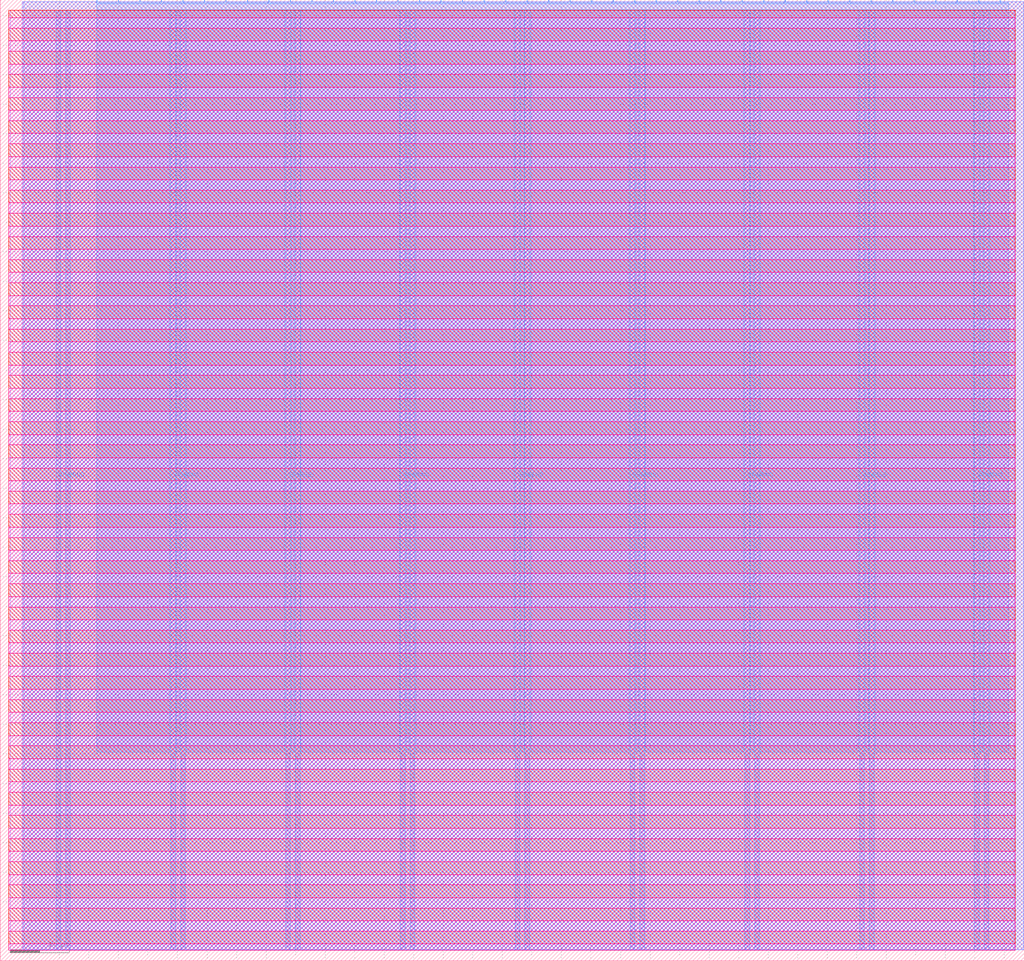
<source format=lef>
VERSION 5.7 ;
  NOWIREEXTENSIONATPIN ON ;
  DIVIDERCHAR "/" ;
  BUSBITCHARS "[]" ;
MACRO tt_um_MATTHIAS_M_PAL_TOP_WRAPPER
  CLASS BLOCK ;
  FOREIGN tt_um_MATTHIAS_M_PAL_TOP_WRAPPER ;
  ORIGIN 0.000 0.000 ;
  SIZE 346.640 BY 325.360 ;
  PIN VGND
    DIRECTION INOUT ;
    USE GROUND ;
    PORT
      LAYER Metal4 ;
        RECT 22.180 3.620 23.780 321.740 ;
    END
    PORT
      LAYER Metal4 ;
        RECT 61.050 3.620 62.650 321.740 ;
    END
    PORT
      LAYER Metal4 ;
        RECT 99.920 3.620 101.520 321.740 ;
    END
    PORT
      LAYER Metal4 ;
        RECT 138.790 3.620 140.390 321.740 ;
    END
    PORT
      LAYER Metal4 ;
        RECT 177.660 3.620 179.260 321.740 ;
    END
    PORT
      LAYER Metal4 ;
        RECT 216.530 3.620 218.130 321.740 ;
    END
    PORT
      LAYER Metal4 ;
        RECT 255.400 3.620 257.000 321.740 ;
    END
    PORT
      LAYER Metal4 ;
        RECT 294.270 3.620 295.870 321.740 ;
    END
    PORT
      LAYER Metal4 ;
        RECT 333.140 3.620 334.740 321.740 ;
    END
  END VGND
  PIN VPWR
    DIRECTION INOUT ;
    USE POWER ;
    PORT
      LAYER Metal4 ;
        RECT 18.880 3.620 20.480 321.740 ;
    END
    PORT
      LAYER Metal4 ;
        RECT 57.750 3.620 59.350 321.740 ;
    END
    PORT
      LAYER Metal4 ;
        RECT 96.620 3.620 98.220 321.740 ;
    END
    PORT
      LAYER Metal4 ;
        RECT 135.490 3.620 137.090 321.740 ;
    END
    PORT
      LAYER Metal4 ;
        RECT 174.360 3.620 175.960 321.740 ;
    END
    PORT
      LAYER Metal4 ;
        RECT 213.230 3.620 214.830 321.740 ;
    END
    PORT
      LAYER Metal4 ;
        RECT 252.100 3.620 253.700 321.740 ;
    END
    PORT
      LAYER Metal4 ;
        RECT 290.970 3.620 292.570 321.740 ;
    END
    PORT
      LAYER Metal4 ;
        RECT 329.840 3.620 331.440 321.740 ;
    END
  END VPWR
  PIN clk
    DIRECTION INPUT ;
    USE SIGNAL ;
    PORT
      LAYER Metal4 ;
        RECT 331.090 324.360 331.390 325.360 ;
    END
  END clk
  PIN ena
    DIRECTION INPUT ;
    USE SIGNAL ;
    ANTENNAGATEAREA 1.102000 ;
    PORT
      LAYER Metal4 ;
        RECT 338.370 324.360 338.670 325.360 ;
    END
  END ena
  PIN rst_n
    DIRECTION INPUT ;
    USE SIGNAL ;
    ANTENNAGATEAREA 0.396000 ;
    PORT
      LAYER Metal4 ;
        RECT 323.810 324.360 324.110 325.360 ;
    END
  END rst_n
  PIN ui_in[0]
    DIRECTION INPUT ;
    USE SIGNAL ;
    ANTENNAGATEAREA 1.102000 ;
    PORT
      LAYER Metal4 ;
        RECT 316.530 324.360 316.830 325.360 ;
    END
  END ui_in[0]
  PIN ui_in[1]
    DIRECTION INPUT ;
    USE SIGNAL ;
    ANTENNAGATEAREA 4.408000 ;
    PORT
      LAYER Metal4 ;
        RECT 309.250 324.360 309.550 325.360 ;
    END
  END ui_in[1]
  PIN ui_in[2]
    DIRECTION INPUT ;
    USE SIGNAL ;
    ANTENNAGATEAREA 6.612000 ;
    PORT
      LAYER Metal4 ;
        RECT 301.970 324.360 302.270 325.360 ;
    END
  END ui_in[2]
  PIN ui_in[3]
    DIRECTION INPUT ;
    USE SIGNAL ;
    ANTENNAGATEAREA 11.020000 ;
    PORT
      LAYER Metal4 ;
        RECT 294.690 324.360 294.990 325.360 ;
    END
  END ui_in[3]
  PIN ui_in[4]
    DIRECTION INPUT ;
    USE SIGNAL ;
    ANTENNAGATEAREA 4.408000 ;
    PORT
      LAYER Metal4 ;
        RECT 287.410 324.360 287.710 325.360 ;
    END
  END ui_in[4]
  PIN ui_in[5]
    DIRECTION INPUT ;
    USE SIGNAL ;
    ANTENNAGATEAREA 1.102000 ;
    PORT
      LAYER Metal4 ;
        RECT 280.130 324.360 280.430 325.360 ;
    END
  END ui_in[5]
  PIN ui_in[6]
    DIRECTION INPUT ;
    USE SIGNAL ;
    ANTENNAGATEAREA 1.102000 ;
    PORT
      LAYER Metal4 ;
        RECT 272.850 324.360 273.150 325.360 ;
    END
  END ui_in[6]
  PIN ui_in[7]
    DIRECTION INPUT ;
    USE SIGNAL ;
    ANTENNAGATEAREA 2.204000 ;
    PORT
      LAYER Metal4 ;
        RECT 265.570 324.360 265.870 325.360 ;
    END
  END ui_in[7]
  PIN uio_in[0]
    DIRECTION INPUT ;
    USE SIGNAL ;
    ANTENNAGATEAREA 0.396000 ;
    PORT
      LAYER Metal4 ;
        RECT 258.290 324.360 258.590 325.360 ;
    END
  END uio_in[0]
  PIN uio_in[1]
    DIRECTION INPUT ;
    USE SIGNAL ;
    ANTENNAGATEAREA 0.498500 ;
    PORT
      LAYER Metal4 ;
        RECT 251.010 324.360 251.310 325.360 ;
    END
  END uio_in[1]
  PIN uio_in[2]
    DIRECTION INPUT ;
    USE SIGNAL ;
    ANTENNAGATEAREA 0.396000 ;
    PORT
      LAYER Metal4 ;
        RECT 243.730 324.360 244.030 325.360 ;
    END
  END uio_in[2]
  PIN uio_in[3]
    DIRECTION INPUT ;
    USE SIGNAL ;
    PORT
      LAYER Metal4 ;
        RECT 236.450 324.360 236.750 325.360 ;
    END
  END uio_in[3]
  PIN uio_in[4]
    DIRECTION INPUT ;
    USE SIGNAL ;
    PORT
      LAYER Metal4 ;
        RECT 229.170 324.360 229.470 325.360 ;
    END
  END uio_in[4]
  PIN uio_in[5]
    DIRECTION INPUT ;
    USE SIGNAL ;
    PORT
      LAYER Metal4 ;
        RECT 221.890 324.360 222.190 325.360 ;
    END
  END uio_in[5]
  PIN uio_in[6]
    DIRECTION INPUT ;
    USE SIGNAL ;
    PORT
      LAYER Metal4 ;
        RECT 214.610 324.360 214.910 325.360 ;
    END
  END uio_in[6]
  PIN uio_in[7]
    DIRECTION INPUT ;
    USE SIGNAL ;
    PORT
      LAYER Metal4 ;
        RECT 207.330 324.360 207.630 325.360 ;
    END
  END uio_in[7]
  PIN uio_oe[0]
    DIRECTION OUTPUT ;
    USE SIGNAL ;
    ANTENNADIFFAREA 0.360800 ;
    PORT
      LAYER Metal4 ;
        RECT 83.570 324.360 83.870 325.360 ;
    END
  END uio_oe[0]
  PIN uio_oe[1]
    DIRECTION OUTPUT ;
    USE SIGNAL ;
    ANTENNADIFFAREA 0.360800 ;
    PORT
      LAYER Metal4 ;
        RECT 76.290 324.360 76.590 325.360 ;
    END
  END uio_oe[1]
  PIN uio_oe[2]
    DIRECTION OUTPUT ;
    USE SIGNAL ;
    ANTENNADIFFAREA 0.360800 ;
    PORT
      LAYER Metal4 ;
        RECT 69.010 324.360 69.310 325.360 ;
    END
  END uio_oe[2]
  PIN uio_oe[3]
    DIRECTION OUTPUT ;
    USE SIGNAL ;
    ANTENNADIFFAREA 0.360800 ;
    PORT
      LAYER Metal4 ;
        RECT 61.730 324.360 62.030 325.360 ;
    END
  END uio_oe[3]
  PIN uio_oe[4]
    DIRECTION OUTPUT ;
    USE SIGNAL ;
    ANTENNADIFFAREA 0.360800 ;
    PORT
      LAYER Metal4 ;
        RECT 54.450 324.360 54.750 325.360 ;
    END
  END uio_oe[4]
  PIN uio_oe[5]
    DIRECTION OUTPUT ;
    USE SIGNAL ;
    ANTENNADIFFAREA 0.360800 ;
    PORT
      LAYER Metal4 ;
        RECT 47.170 324.360 47.470 325.360 ;
    END
  END uio_oe[5]
  PIN uio_oe[6]
    DIRECTION OUTPUT ;
    USE SIGNAL ;
    ANTENNADIFFAREA 0.360800 ;
    PORT
      LAYER Metal4 ;
        RECT 39.890 324.360 40.190 325.360 ;
    END
  END uio_oe[6]
  PIN uio_oe[7]
    DIRECTION OUTPUT ;
    USE SIGNAL ;
    ANTENNADIFFAREA 0.360800 ;
    PORT
      LAYER Metal4 ;
        RECT 32.610 324.360 32.910 325.360 ;
    END
  END uio_oe[7]
  PIN uio_out[0]
    DIRECTION OUTPUT ;
    USE SIGNAL ;
    ANTENNADIFFAREA 0.360800 ;
    PORT
      LAYER Metal4 ;
        RECT 141.810 324.360 142.110 325.360 ;
    END
  END uio_out[0]
  PIN uio_out[1]
    DIRECTION OUTPUT ;
    USE SIGNAL ;
    ANTENNADIFFAREA 0.360800 ;
    PORT
      LAYER Metal4 ;
        RECT 134.530 324.360 134.830 325.360 ;
    END
  END uio_out[1]
  PIN uio_out[2]
    DIRECTION OUTPUT ;
    USE SIGNAL ;
    ANTENNADIFFAREA 0.360800 ;
    PORT
      LAYER Metal4 ;
        RECT 127.250 324.360 127.550 325.360 ;
    END
  END uio_out[2]
  PIN uio_out[3]
    DIRECTION OUTPUT ;
    USE SIGNAL ;
    ANTENNADIFFAREA 0.360800 ;
    PORT
      LAYER Metal4 ;
        RECT 119.970 324.360 120.270 325.360 ;
    END
  END uio_out[3]
  PIN uio_out[4]
    DIRECTION OUTPUT ;
    USE SIGNAL ;
    ANTENNADIFFAREA 0.360800 ;
    PORT
      LAYER Metal4 ;
        RECT 112.690 324.360 112.990 325.360 ;
    END
  END uio_out[4]
  PIN uio_out[5]
    DIRECTION OUTPUT ;
    USE SIGNAL ;
    ANTENNADIFFAREA 0.360800 ;
    PORT
      LAYER Metal4 ;
        RECT 105.410 324.360 105.710 325.360 ;
    END
  END uio_out[5]
  PIN uio_out[6]
    DIRECTION OUTPUT ;
    USE SIGNAL ;
    ANTENNADIFFAREA 0.360800 ;
    PORT
      LAYER Metal4 ;
        RECT 98.130 324.360 98.430 325.360 ;
    END
  END uio_out[6]
  PIN uio_out[7]
    DIRECTION OUTPUT ;
    USE SIGNAL ;
    ANTENNADIFFAREA 0.360800 ;
    PORT
      LAYER Metal4 ;
        RECT 90.850 324.360 91.150 325.360 ;
    END
  END uio_out[7]
  PIN uo_out[0]
    DIRECTION OUTPUT ;
    USE SIGNAL ;
    ANTENNADIFFAREA 1.986000 ;
    PORT
      LAYER Metal4 ;
        RECT 200.050 324.360 200.350 325.360 ;
    END
  END uo_out[0]
  PIN uo_out[1]
    DIRECTION OUTPUT ;
    USE SIGNAL ;
    ANTENNADIFFAREA 2.365600 ;
    PORT
      LAYER Metal4 ;
        RECT 192.770 324.360 193.070 325.360 ;
    END
  END uo_out[1]
  PIN uo_out[2]
    DIRECTION OUTPUT ;
    USE SIGNAL ;
    ANTENNADIFFAREA 2.365600 ;
    PORT
      LAYER Metal4 ;
        RECT 185.490 324.360 185.790 325.360 ;
    END
  END uo_out[2]
  PIN uo_out[3]
    DIRECTION OUTPUT ;
    USE SIGNAL ;
    ANTENNADIFFAREA 1.986000 ;
    PORT
      LAYER Metal4 ;
        RECT 178.210 324.360 178.510 325.360 ;
    END
  END uo_out[3]
  PIN uo_out[4]
    DIRECTION OUTPUT ;
    USE SIGNAL ;
    ANTENNADIFFAREA 1.986000 ;
    PORT
      LAYER Metal4 ;
        RECT 170.930 324.360 171.230 325.360 ;
    END
  END uo_out[4]
  PIN uo_out[5]
    DIRECTION OUTPUT ;
    USE SIGNAL ;
    ANTENNADIFFAREA 1.986000 ;
    PORT
      LAYER Metal4 ;
        RECT 163.650 324.360 163.950 325.360 ;
    END
  END uo_out[5]
  PIN uo_out[6]
    DIRECTION OUTPUT ;
    USE SIGNAL ;
    ANTENNADIFFAREA 1.986000 ;
    PORT
      LAYER Metal4 ;
        RECT 156.370 324.360 156.670 325.360 ;
    END
  END uo_out[6]
  PIN uo_out[7]
    DIRECTION OUTPUT ;
    USE SIGNAL ;
    ANTENNADIFFAREA 0.360800 ;
    PORT
      LAYER Metal4 ;
        RECT 149.090 324.360 149.390 325.360 ;
    END
  END uo_out[7]
  OBS
      LAYER Nwell ;
        RECT 2.930 319.280 343.710 321.870 ;
      LAYER Pwell ;
        RECT 2.930 315.760 343.710 319.280 ;
      LAYER Nwell ;
        RECT 2.930 311.440 343.710 315.760 ;
      LAYER Pwell ;
        RECT 2.930 307.920 343.710 311.440 ;
      LAYER Nwell ;
        RECT 2.930 303.600 343.710 307.920 ;
      LAYER Pwell ;
        RECT 2.930 300.080 343.710 303.600 ;
      LAYER Nwell ;
        RECT 2.930 295.760 343.710 300.080 ;
      LAYER Pwell ;
        RECT 2.930 292.240 343.710 295.760 ;
      LAYER Nwell ;
        RECT 2.930 287.920 343.710 292.240 ;
      LAYER Pwell ;
        RECT 2.930 284.400 343.710 287.920 ;
      LAYER Nwell ;
        RECT 2.930 280.080 343.710 284.400 ;
      LAYER Pwell ;
        RECT 2.930 276.560 343.710 280.080 ;
      LAYER Nwell ;
        RECT 2.930 272.240 343.710 276.560 ;
      LAYER Pwell ;
        RECT 2.930 268.720 343.710 272.240 ;
      LAYER Nwell ;
        RECT 2.930 264.400 343.710 268.720 ;
      LAYER Pwell ;
        RECT 2.930 260.880 343.710 264.400 ;
      LAYER Nwell ;
        RECT 2.930 256.560 343.710 260.880 ;
      LAYER Pwell ;
        RECT 2.930 253.040 343.710 256.560 ;
      LAYER Nwell ;
        RECT 2.930 248.720 343.710 253.040 ;
      LAYER Pwell ;
        RECT 2.930 245.200 343.710 248.720 ;
      LAYER Nwell ;
        RECT 2.930 240.880 343.710 245.200 ;
      LAYER Pwell ;
        RECT 2.930 237.360 343.710 240.880 ;
      LAYER Nwell ;
        RECT 2.930 233.040 343.710 237.360 ;
      LAYER Pwell ;
        RECT 2.930 229.520 343.710 233.040 ;
      LAYER Nwell ;
        RECT 2.930 225.200 343.710 229.520 ;
      LAYER Pwell ;
        RECT 2.930 221.680 343.710 225.200 ;
      LAYER Nwell ;
        RECT 2.930 217.360 343.710 221.680 ;
      LAYER Pwell ;
        RECT 2.930 213.840 343.710 217.360 ;
      LAYER Nwell ;
        RECT 2.930 209.520 343.710 213.840 ;
      LAYER Pwell ;
        RECT 2.930 206.000 343.710 209.520 ;
      LAYER Nwell ;
        RECT 2.930 201.680 343.710 206.000 ;
      LAYER Pwell ;
        RECT 2.930 198.160 343.710 201.680 ;
      LAYER Nwell ;
        RECT 2.930 193.840 343.710 198.160 ;
      LAYER Pwell ;
        RECT 2.930 190.320 343.710 193.840 ;
      LAYER Nwell ;
        RECT 2.930 186.000 343.710 190.320 ;
      LAYER Pwell ;
        RECT 2.930 182.480 343.710 186.000 ;
      LAYER Nwell ;
        RECT 2.930 178.160 343.710 182.480 ;
      LAYER Pwell ;
        RECT 2.930 174.640 343.710 178.160 ;
      LAYER Nwell ;
        RECT 2.930 170.320 343.710 174.640 ;
      LAYER Pwell ;
        RECT 2.930 166.800 343.710 170.320 ;
      LAYER Nwell ;
        RECT 2.930 162.480 343.710 166.800 ;
      LAYER Pwell ;
        RECT 2.930 158.960 343.710 162.480 ;
      LAYER Nwell ;
        RECT 2.930 154.640 343.710 158.960 ;
      LAYER Pwell ;
        RECT 2.930 151.120 343.710 154.640 ;
      LAYER Nwell ;
        RECT 2.930 146.800 343.710 151.120 ;
      LAYER Pwell ;
        RECT 2.930 143.280 343.710 146.800 ;
      LAYER Nwell ;
        RECT 2.930 138.960 343.710 143.280 ;
      LAYER Pwell ;
        RECT 2.930 135.440 343.710 138.960 ;
      LAYER Nwell ;
        RECT 2.930 131.120 343.710 135.440 ;
      LAYER Pwell ;
        RECT 2.930 127.600 343.710 131.120 ;
      LAYER Nwell ;
        RECT 2.930 123.280 343.710 127.600 ;
      LAYER Pwell ;
        RECT 2.930 119.760 343.710 123.280 ;
      LAYER Nwell ;
        RECT 2.930 115.440 343.710 119.760 ;
      LAYER Pwell ;
        RECT 2.930 111.920 343.710 115.440 ;
      LAYER Nwell ;
        RECT 2.930 107.600 343.710 111.920 ;
      LAYER Pwell ;
        RECT 2.930 104.080 343.710 107.600 ;
      LAYER Nwell ;
        RECT 2.930 99.760 343.710 104.080 ;
      LAYER Pwell ;
        RECT 2.930 96.240 343.710 99.760 ;
      LAYER Nwell ;
        RECT 2.930 91.920 343.710 96.240 ;
      LAYER Pwell ;
        RECT 2.930 88.400 343.710 91.920 ;
      LAYER Nwell ;
        RECT 2.930 84.080 343.710 88.400 ;
      LAYER Pwell ;
        RECT 2.930 80.560 343.710 84.080 ;
      LAYER Nwell ;
        RECT 2.930 76.240 343.710 80.560 ;
      LAYER Pwell ;
        RECT 2.930 72.720 343.710 76.240 ;
      LAYER Nwell ;
        RECT 2.930 68.400 343.710 72.720 ;
      LAYER Pwell ;
        RECT 2.930 64.880 343.710 68.400 ;
      LAYER Nwell ;
        RECT 2.930 60.560 343.710 64.880 ;
      LAYER Pwell ;
        RECT 2.930 57.040 343.710 60.560 ;
      LAYER Nwell ;
        RECT 2.930 52.720 343.710 57.040 ;
      LAYER Pwell ;
        RECT 2.930 49.200 343.710 52.720 ;
      LAYER Nwell ;
        RECT 2.930 44.880 343.710 49.200 ;
      LAYER Pwell ;
        RECT 2.930 41.360 343.710 44.880 ;
      LAYER Nwell ;
        RECT 2.930 37.040 343.710 41.360 ;
      LAYER Pwell ;
        RECT 2.930 33.520 343.710 37.040 ;
      LAYER Nwell ;
        RECT 2.930 29.200 343.710 33.520 ;
      LAYER Pwell ;
        RECT 2.930 25.680 343.710 29.200 ;
      LAYER Nwell ;
        RECT 2.930 21.360 343.710 25.680 ;
      LAYER Pwell ;
        RECT 2.930 17.840 343.710 21.360 ;
      LAYER Nwell ;
        RECT 2.930 13.520 343.710 17.840 ;
      LAYER Pwell ;
        RECT 2.930 10.000 343.710 13.520 ;
      LAYER Nwell ;
        RECT 2.930 5.680 343.710 10.000 ;
      LAYER Pwell ;
        RECT 2.930 3.490 343.710 5.680 ;
      LAYER Metal1 ;
        RECT 3.360 3.620 343.280 321.740 ;
      LAYER Metal2 ;
        RECT 7.420 3.730 346.500 324.710 ;
      LAYER Metal3 ;
        RECT 7.930 3.780 346.550 324.660 ;
      LAYER Metal4 ;
        RECT 33.210 324.060 39.590 324.360 ;
        RECT 40.490 324.060 46.870 324.360 ;
        RECT 47.770 324.060 54.150 324.360 ;
        RECT 55.050 324.060 61.430 324.360 ;
        RECT 62.330 324.060 68.710 324.360 ;
        RECT 69.610 324.060 75.990 324.360 ;
        RECT 76.890 324.060 83.270 324.360 ;
        RECT 84.170 324.060 90.550 324.360 ;
        RECT 91.450 324.060 97.830 324.360 ;
        RECT 98.730 324.060 105.110 324.360 ;
        RECT 106.010 324.060 112.390 324.360 ;
        RECT 113.290 324.060 119.670 324.360 ;
        RECT 120.570 324.060 126.950 324.360 ;
        RECT 127.850 324.060 134.230 324.360 ;
        RECT 135.130 324.060 141.510 324.360 ;
        RECT 142.410 324.060 148.790 324.360 ;
        RECT 149.690 324.060 156.070 324.360 ;
        RECT 156.970 324.060 163.350 324.360 ;
        RECT 164.250 324.060 170.630 324.360 ;
        RECT 171.530 324.060 177.910 324.360 ;
        RECT 178.810 324.060 185.190 324.360 ;
        RECT 186.090 324.060 192.470 324.360 ;
        RECT 193.370 324.060 199.750 324.360 ;
        RECT 200.650 324.060 207.030 324.360 ;
        RECT 207.930 324.060 214.310 324.360 ;
        RECT 215.210 324.060 221.590 324.360 ;
        RECT 222.490 324.060 228.870 324.360 ;
        RECT 229.770 324.060 236.150 324.360 ;
        RECT 237.050 324.060 243.430 324.360 ;
        RECT 244.330 324.060 250.710 324.360 ;
        RECT 251.610 324.060 257.990 324.360 ;
        RECT 258.890 324.060 265.270 324.360 ;
        RECT 266.170 324.060 272.550 324.360 ;
        RECT 273.450 324.060 279.830 324.360 ;
        RECT 280.730 324.060 287.110 324.360 ;
        RECT 288.010 324.060 294.390 324.360 ;
        RECT 295.290 324.060 301.670 324.360 ;
        RECT 302.570 324.060 308.950 324.360 ;
        RECT 309.850 324.060 316.230 324.360 ;
        RECT 317.130 324.060 323.510 324.360 ;
        RECT 324.410 324.060 330.790 324.360 ;
        RECT 331.690 324.060 338.070 324.360 ;
        RECT 338.970 324.060 341.460 324.360 ;
        RECT 32.620 322.040 341.460 324.060 ;
        RECT 32.620 70.650 57.450 322.040 ;
        RECT 59.650 70.650 60.750 322.040 ;
        RECT 62.950 70.650 96.320 322.040 ;
        RECT 98.520 70.650 99.620 322.040 ;
        RECT 101.820 70.650 135.190 322.040 ;
        RECT 137.390 70.650 138.490 322.040 ;
        RECT 140.690 70.650 174.060 322.040 ;
        RECT 176.260 70.650 177.360 322.040 ;
        RECT 179.560 70.650 212.930 322.040 ;
        RECT 215.130 70.650 216.230 322.040 ;
        RECT 218.430 70.650 251.800 322.040 ;
        RECT 254.000 70.650 255.100 322.040 ;
        RECT 257.300 70.650 290.670 322.040 ;
        RECT 292.870 70.650 293.970 322.040 ;
        RECT 296.170 70.650 329.540 322.040 ;
        RECT 331.740 70.650 332.840 322.040 ;
        RECT 335.040 70.650 341.460 322.040 ;
  END
END tt_um_MATTHIAS_M_PAL_TOP_WRAPPER
END LIBRARY


</source>
